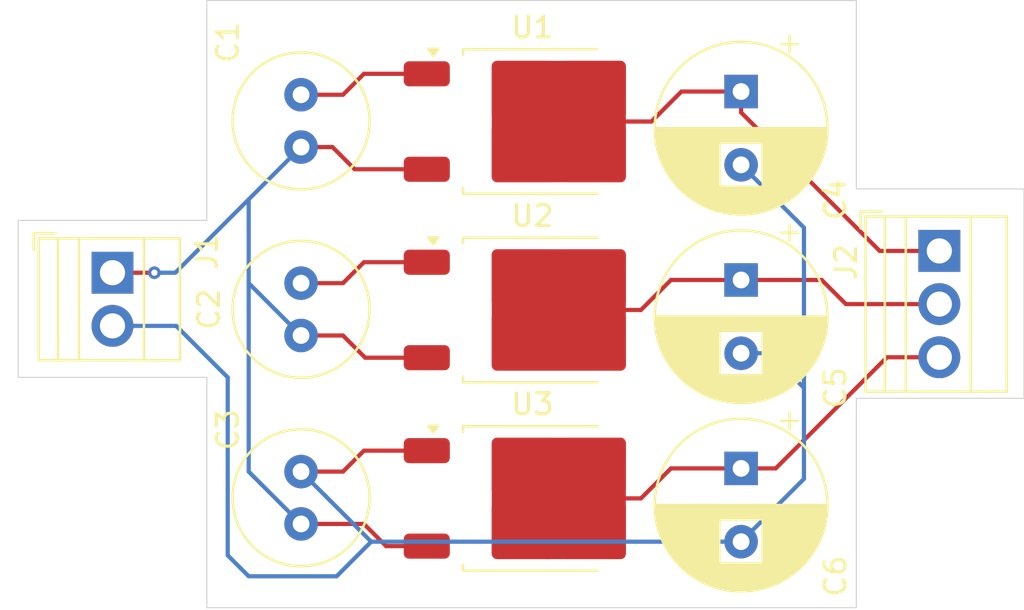
<source format=kicad_pcb>
(kicad_pcb (version 20240108) (generator "pcbnew") (generator_version "8.0")
  (layers (0 "F.Cu" signal) (31 "B.Cu" signal) (34 "B.Paste" user) (35 "F.Paste" user) (36 "B.SilkS" user "B.Silkscreen") (37 "F.SilkS" user "F.Silkscreen") (38 "B.Mask" user) (39 "F.Mask" user) (44 "Edge.Cuts" user))
  (net 0 "")
  (net 1 "0")
  (net 2 "Net-(J1-Pin_1)")
  (net 3 "Net-(J2-Pin_1)")
  (net 4 "Net-(J2-Pin_2)")
  (net 5 "Net-(J2-Pin_3)")
  (footprint "TerminalBlock:TerminalBlock_Xinya_XY308-2.54-2P_1x02_P2.54mm_Horizontal" (layer "F.Cu") (at 124 64.5 -90)
    (property "Reference" "J1" (at -1 -4.5 90) (layer "F.SilkS"))
    (property "Value" "+12V")
    (pad "1" thru_hole rect (at 0 0 270) (size 2 2) (drill 1.2) (layers "*.Cu" "*.Mask") (net 2 "Net-(J1-Pin_1)"))
    (pad "2" thru_hole circle (at 2.54 0 270) (size 2 2) (drill 1.2) (layers "*.Cu" "*.Mask") (net 1 "0"))
  )
  (footprint "Capacitor_THT:CP_Radial_D8.0mm_P3.50mm" (layer "F.Cu") (at 154 55.847349 -90)
    (property "Reference" "C4" (hide yes))
    (property "Value" "22u")
    (pad "1" thru_hole rect (at 0 0 270) (size 1.6 1.6) (drill 0.8) (layers "*.Cu" "*.Mask") (net 3 "Net-(J2-Pin_1)"))
    (pad "2" thru_hole circle (at 3.5 0 270) (size 1.6 1.6) (drill 0.8) (layers "*.Cu" "*.Mask") (net 1 "0"))
  )
  (footprint "Capacitor_THT:C_Radial_D6.3mm_H7.0mm_P2.50mm" (layer "F.Cu") (at 133 76.5 90)
    (property "Reference" "C3" (at 4.5 -3.5 90) (layer "F.SilkS"))
    (property "Value" "10u")
    (pad "1" thru_hole circle (at 0 0 90) (size 1.6 1.6) (drill 0.8) (layers "*.Cu" "*.Mask") (net 2 "Net-(J1-Pin_1)"))
    (pad "2" thru_hole circle (at 2.5 0 90) (size 1.6 1.6) (drill 0.8) (layers "*.Cu" "*.Mask") (net 1 "0"))
  )
  (footprint "Package_TO_SOT_SMD:TO-252-2" (layer "F.Cu") (at 144.04 66.28)
    (property "Reference" "U2" (at 0 -4.5 0) (layer "F.SilkS"))
    (property "Value" "AZ1084-5.0")
    (pad "1" smd roundrect (at -5.04 -2.28) (size 2.2 1.2) (layers "F.Cu" "F.Paste" "F.Mask") (roundrect_rratio 0.208333) (net 1 "0"))
    (pad "2" smd roundrect (at -0.415 -1.525) (size 3.05 2.75) (layers "F.Cu" "F.Paste") (roundrect_rratio 0.090909) (net 4 "Net-(J2-Pin_2)"))
    (pad "2" smd roundrect (at -0.415 1.525) (size 3.05 2.75) (layers "F.Cu" "F.Paste") (roundrect_rratio 0.090909) (net 4 "Net-(J2-Pin_2)"))
    (pad "2" smd roundrect (at 1.26 0) (size 6.4 5.8) (layers "F.Cu" "F.Mask") (roundrect_rratio 0.043103) (net 4 "Net-(J2-Pin_2)"))
    (pad "2" smd roundrect (at 2.935 -1.525) (size 3.05 2.75) (layers "F.Cu" "F.Paste") (roundrect_rratio 0.090909) (net 4 "Net-(J2-Pin_2)"))
    (pad "2" smd roundrect (at 2.935 1.525) (size 3.05 2.75) (layers "F.Cu" "F.Paste") (roundrect_rratio 0.090909) (net 4 "Net-(J2-Pin_2)"))
    (pad "3" smd roundrect (at -5.04 2.28) (size 2.2 1.2) (layers "F.Cu" "F.Paste" "F.Mask") (roundrect_rratio 0.208333) (net 2 "Net-(J1-Pin_1)"))
  )
  (footprint "TerminalBlock:TerminalBlock_Xinya_XY308-2.54-3P_1x03_P2.54mm_Horizontal" (layer "F.Cu") (at 163.46 63.46 -90)
    (property "Reference" "J2" (at 0.54 4.46 90) (layer "F.SilkS"))
    (property "Value" "Out")
    (pad "1" thru_hole rect (at 0 0 270) (size 2 2) (drill 1.2) (layers "*.Cu" "*.Mask") (net 3 "Net-(J2-Pin_1)"))
    (pad "2" thru_hole circle (at 2.54 0 270) (size 2 2) (drill 1.2) (layers "*.Cu" "*.Mask") (net 4 "Net-(J2-Pin_2)"))
    (pad "3" thru_hole circle (at 5.08 0 270) (size 2 2) (drill 1.2) (layers "*.Cu" "*.Mask") (net 5 "Net-(J2-Pin_3)"))
  )
  (footprint "Capacitor_THT:CP_Radial_D8.0mm_P3.50mm" (layer "F.Cu") (at 154 73.847349 -90)
    (property "Reference" "C6" (at 5.152651 -4.5 90) (layer "F.SilkS"))
    (property "Value" "22u")
    (pad "1" thru_hole rect (at 0 0 270) (size 1.6 1.6) (drill 0.8) (layers "*.Cu" "*.Mask") (net 5 "Net-(J2-Pin_3)"))
    (pad "2" thru_hole circle (at 3.5 0 270) (size 1.6 1.6) (drill 0.8) (layers "*.Cu" "*.Mask") (net 1 "0"))
  )
  (footprint "Capacitor_THT:C_Radial_D6.3mm_H7.0mm_P2.50mm" (layer "F.Cu") (at 133 67.5 90)
    (property "Reference" "C2" (at 1.25 -4.4 90) (layer "F.SilkS"))
    (property "Value" "10u")
    (pad "1" thru_hole circle (at 0 0 90) (size 1.6 1.6) (drill 0.8) (layers "*.Cu" "*.Mask") (net 2 "Net-(J1-Pin_1)"))
    (pad "2" thru_hole circle (at 2.5 0 90) (size 1.6 1.6) (drill 0.8) (layers "*.Cu" "*.Mask") (net 1 "0"))
  )
  (footprint "Package_TO_SOT_SMD:TO-252-2" (layer "F.Cu") (at 144.04 57.28)
    (property "Reference" "U1" (at 0 -4.5 0) (layer "F.SilkS"))
    (property "Value" "AZ1084-5.0")
    (pad "1" smd roundrect (at -5.04 -2.28) (size 2.2 1.2) (layers "F.Cu" "F.Paste" "F.Mask") (roundrect_rratio 0.208333) (net 1 "0"))
    (pad "2" smd roundrect (at -0.415 -1.525) (size 3.05 2.75) (layers "F.Cu" "F.Paste") (roundrect_rratio 0.090909) (net 3 "Net-(J2-Pin_1)"))
    (pad "2" smd roundrect (at -0.415 1.525) (size 3.05 2.75) (layers "F.Cu" "F.Paste") (roundrect_rratio 0.090909) (net 3 "Net-(J2-Pin_1)"))
    (pad "2" smd roundrect (at 1.26 0) (size 6.4 5.8) (layers "F.Cu" "F.Mask") (roundrect_rratio 0.043103) (net 3 "Net-(J2-Pin_1)"))
    (pad "2" smd roundrect (at 2.935 -1.525) (size 3.05 2.75) (layers "F.Cu" "F.Paste") (roundrect_rratio 0.090909) (net 3 "Net-(J2-Pin_1)"))
    (pad "2" smd roundrect (at 2.935 1.525) (size 3.05 2.75) (layers "F.Cu" "F.Paste") (roundrect_rratio 0.090909) (net 3 "Net-(J2-Pin_1)"))
    (pad "3" smd roundrect (at -5.04 2.28) (size 2.2 1.2) (layers "F.Cu" "F.Paste" "F.Mask") (roundrect_rratio 0.208333) (net 2 "Net-(J1-Pin_1)"))
  )
  (footprint "Package_TO_SOT_SMD:TO-252-2" (layer "F.Cu") (at 144.04 75.28)
    (property "Reference" "U3" (at 0 -4.5 0) (layer "F.SilkS"))
    (property "Value" "AZ1084-3.3")
    (pad "1" smd roundrect (at -5.04 -2.28) (size 2.2 1.2) (layers "F.Cu" "F.Paste" "F.Mask") (roundrect_rratio 0.208333) (net 1 "0"))
    (pad "2" smd roundrect (at -0.415 -1.525) (size 3.05 2.75) (layers "F.Cu" "F.Paste") (roundrect_rratio 0.090909) (net 5 "Net-(J2-Pin_3)"))
    (pad "2" smd roundrect (at -0.415 1.525) (size 3.05 2.75) (layers "F.Cu" "F.Paste") (roundrect_rratio 0.090909) (net 5 "Net-(J2-Pin_3)"))
    (pad "2" smd roundrect (at 1.26 0) (size 6.4 5.8) (layers "F.Cu" "F.Mask") (roundrect_rratio 0.043103) (net 5 "Net-(J2-Pin_3)"))
    (pad "2" smd roundrect (at 2.935 -1.525) (size 3.05 2.75) (layers "F.Cu" "F.Paste") (roundrect_rratio 0.090909) (net 5 "Net-(J2-Pin_3)"))
    (pad "2" smd roundrect (at 2.935 1.525) (size 3.05 2.75) (layers "F.Cu" "F.Paste") (roundrect_rratio 0.090909) (net 5 "Net-(J2-Pin_3)"))
    (pad "3" smd roundrect (at -5.04 2.28) (size 2.2 1.2) (layers "F.Cu" "F.Paste" "F.Mask") (roundrect_rratio 0.208333) (net 2 "Net-(J1-Pin_1)"))
  )
  (footprint "Capacitor_THT:CP_Radial_D8.0mm_P3.50mm" (layer "F.Cu") (at 154 64.847349 -90)
    (property "Reference" "C5" (at 5.152651 -4.5 90) (layer "F.SilkS"))
    (property "Value" "22u")
    (pad "1" thru_hole rect (at 0 0 270) (size 1.6 1.6) (drill 0.8) (layers "*.Cu" "*.Mask") (net 4 "Net-(J2-Pin_2)"))
    (pad "2" thru_hole circle (at 3.5 0 270) (size 1.6 1.6) (drill 0.8) (layers "*.Cu" "*.Mask") (net 1 "0"))
  )
  (footprint "Capacitor_THT:C_Radial_D6.3mm_H7.0mm_P2.50mm" (layer "F.Cu") (at 133 58.5 90)
    (property "Reference" "C1" (at 5 -3.5 90) (layer "F.SilkS"))
    (property "Value" "10u")
    (pad "1" thru_hole circle (at 0 0 90) (size 1.6 1.6) (drill 0.8) (layers "*.Cu" "*.Mask") (net 2 "Net-(J1-Pin_1)"))
    (pad "2" thru_hole circle (at 2.5 0 90) (size 1.6 1.6) (drill 0.8) (layers "*.Cu" "*.Mask") (net 1 "0"))
  )
  (gr_poly (pts (xy 119.5 62) (xy 128.5 62) (xy 128.5 51.5) (xy 159.5 51.5) (xy 159.5 60.5) (xy 167.5 60.5) (xy 167.5 70.5) (xy 159.5 70.5) (xy 159.5 80.5) (xy 128.5 80.5) (xy 128.5 69.5) (xy 119.5 69.5)) (stroke (width 0.05)) (fill none) (layer "Edge.Cuts"))
  (gr_text "C4" (at 158.5 61 90) (layer "F.SilkS") (effects (font (size 1 1))))
  (segment (start 135 65) (end 133 65) (width 0.2) (layer "F.Cu") (net 1))
  (segment (start 136 73) (end 135 74) (width 0.2) (layer "F.Cu") (net 1))
  (segment (start 135 56) (end 133 56) (width 0.2) (layer "F.Cu") (net 1))
  (segment (start 136 64) (end 135 65) (width 0.2) (layer "F.Cu") (net 1))
  (segment (start 139 64) (end 136 64) (width 0.2) (layer "F.Cu") (net 1))
  (segment (start 136 55) (end 135 56) (width 0.2) (layer "F.Cu") (net 1))
  (segment (start 139 73) (end 136 73) (width 0.2) (layer "F.Cu") (net 1))
  (segment (start 135 74) (end 133 74) (width 0.2) (layer "F.Cu") (net 1))
  (segment (start 139 55) (end 136 55) (width 0.2) (layer "F.Cu") (net 1))
  (segment (start 155.347349 68.347349) (end 157 70) (width 0.2) (layer "B.Cu") (net 1))
  (segment (start 157 62.347349) (end 157 70) (width 0.2) (layer "B.Cu") (net 1))
  (segment (start 154 68.347349) (end 155.347349 68.347349) (width 0.2) (layer "B.Cu") (net 1))
  (segment (start 129.5 78) (end 129.5 69.5) (width 0.2) (layer "B.Cu") (net 1))
  (segment (start 136.347349 77.347349) (end 134.694698 79) (width 0.2) (layer "B.Cu") (net 1))
  (segment (start 127.04 67.04) (end 124 67.04) (width 0.2) (layer "B.Cu") (net 1))
  (segment (start 134.694698 79) (end 130.5 79) (width 0.2) (layer "B.Cu") (net 1))
  (segment (start 154 77.347349) (end 136.347349 77.347349) (width 0.2) (layer "B.Cu") (net 1))
  (segment (start 129.5 69.5) (end 127.04 67.04) (width 0.2) (layer "B.Cu") (net 1))
  (segment (start 157 74.347349) (end 154 77.347349) (width 0.2) (layer "B.Cu") (net 1))
  (segment (start 154 59.347349) (end 157 62.347349) (width 0.2) (layer "B.Cu") (net 1))
  (segment (start 130.5 79) (end 129.5 78) (width 0.2) (layer "B.Cu") (net 1))
  (segment (start 136.347349 77.347349) (end 133 74) (width 0.2) (layer "B.Cu") (net 1))
  (segment (start 157 70) (end 157 74.347349) (width 0.2) (layer "B.Cu") (net 1))
  (segment (start 133 58.5) (end 134.5 58.5) (width 0.2) (layer "F.Cu") (net 2))
  (segment (start 135 67.5) (end 136.06 68.56) (width 0.2) (layer "F.Cu") (net 2))
  (segment (start 133 76.5) (end 136 76.5) (width 0.2) (layer "F.Cu") (net 2))
  (segment (start 136 76.5) (end 137.06 77.56) (width 0.2) (layer "F.Cu") (net 2))
  (segment (start 137.06 77.56) (end 139 77.56) (width 0.2) (layer "F.Cu") (net 2))
  (segment (start 133 67.5) (end 135 67.5) (width 0.2) (layer "F.Cu") (net 2))
  (segment (start 134.5 58.5) (end 135.56 59.56) (width 0.2) (layer "F.Cu") (net 2))
  (segment (start 136.06 68.56) (end 139 68.56) (width 0.2) (layer "F.Cu") (net 2))
  (segment (start 124 64.5) (end 126 64.5) (width 0.2) (layer "F.Cu") (net 2))
  (segment (start 135.56 59.56) (end 139 59.56) (width 0.2) (layer "F.Cu") (net 2))
  (via (at 126 64.5) (size 0.6) (drill 0.3) (layers "F.Cu" "B.Cu") (net 2))
  (segment (start 133 76.5) (end 130.5 74) (width 0.2) (layer "B.Cu") (net 2))
  (segment (start 130.5 65) (end 130.5 61) (width 0.2) (layer "B.Cu") (net 2))
  (segment (start 130.5 61) (end 133 58.5) (width 0.2) (layer "B.Cu") (net 2))
  (segment (start 130.5 74) (end 130.5 65) (width 0.2) (layer "B.Cu") (net 2))
  (segment (start 133 67.5) (end 130.5 65) (width 0.2) (layer "B.Cu") (net 2))
  (segment (start 126 64.5) (end 127 64.5) (width 0.2) (layer "B.Cu") (net 2))
  (segment (start 127 64.5) (end 130.5 61) (width 0.2) (layer "B.Cu") (net 2))
  (segment (start 145.3 57.28) (end 149.72 57.28) (width 0.2) (layer "F.Cu") (net 3))
  (segment (start 154 55.847349) (end 154 56.847349) (width 0.2) (layer "F.Cu") (net 3))
  (segment (start 154 56.847349) (end 160.612651 63.46) (width 0.2) (layer "F.Cu") (net 3))
  (segment (start 160.612651 63.46) (end 163.46 63.46) (width 0.2) (layer "F.Cu") (net 3))
  (segment (start 149.72 57.28) (end 151.152651 55.847349) (width 0.2) (layer "F.Cu") (net 3))
  (segment (start 151.152651 55.847349) (end 154 55.847349) (width 0.2) (layer "F.Cu") (net 3))
  (segment (start 145.3 66.28) (end 149.22 66.28) (width 0.2) (layer "F.Cu") (net 4))
  (segment (start 154 64.847349) (end 157.847349 64.847349) (width 0.2) (layer "F.Cu") (net 4))
  (segment (start 150.652651 64.847349) (end 154 64.847349) (width 0.2) (layer "F.Cu") (net 4))
  (segment (start 149.22 66.28) (end 150.652651 64.847349) (width 0.2) (layer "F.Cu") (net 4))
  (segment (start 159 66) (end 163.46 66) (width 0.2) (layer "F.Cu") (net 4))
  (segment (start 157.847349 64.847349) (end 159 66) (width 0.2) (layer "F.Cu") (net 4))
  (segment (start 149.22 75.28) (end 150.652651 73.847349) (width 0.2) (layer "F.Cu") (net 5))
  (segment (start 150.652651 73.847349) (end 154 73.847349) (width 0.2) (layer "F.Cu") (net 5))
  (segment (start 160.96 68.54) (end 163.46 68.54) (width 0.2) (layer "F.Cu") (net 5))
  (segment (start 155.652651 73.847349) (end 160.96 68.54) (width 0.2) (layer "F.Cu") (net 5))
  (segment (start 154 73.847349) (end 155.652651 73.847349) (width 0.2) (layer "F.Cu") (net 5))
  (segment (start 145.3 75.28) (end 149.22 75.28) (width 0.2) (layer "F.Cu") (net 5))
)
</source>
